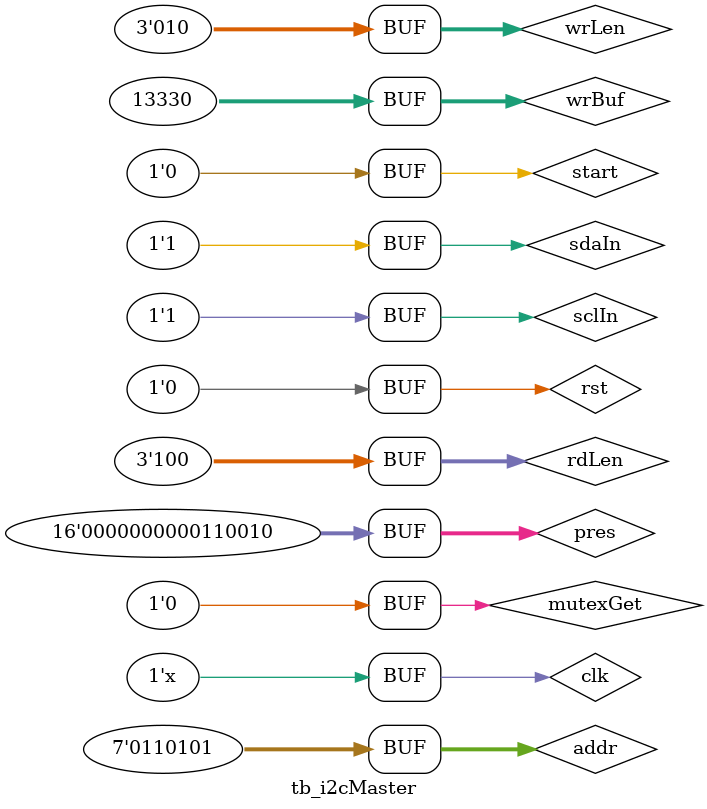
<source format=v>
`include "timescale.vh"
`include "simulation.vh"

module tb_i2cMaster;

reg         rst     ;
reg         clk     ;
reg  [31 :0]wrBuf   ;
wire [31 :0]rdBuf   ; 
reg  [2  :0]wrLen   ;
reg  [2  :0]rdLen   ;
reg         start   ;
wire        sclOut  ;
wire        sdaOut  ;
reg         sclIn   ;
reg         sdaIn   ;
wire        busy    ;
wire        errLine ;
wire        errNack ;
wire [7  :0]debug   ;
reg  [15 :0]pres    ;
reg  [ 6 :0]addr    ;
wire        done    ;
wire        mutexSta;
reg         mutexGet;

parameter T     = 100  ;
parameter I2C_T = 10000;

always #(T/2) clk = ~clk;

wire scl;
wire sda;

assign scl = (sclOut && sclIn) ? 1'bz:1'b0;
assign sda = (sdaOut && sdaIn) ? 1'bz:1'b0;

initial begin
#1

        pres     = I2C_T/T/2;
        rst      = 1        ;
        clk      = 1        ;
        start    = 0        ;
        wrBuf    = 0        ;
        wrLen    = 0        ;
        rdLen    = 0        ;
        sclIn    = 1        ;
        sdaIn    = 1        ;
        mutexGet = 0        ;
        
     #(T*10) rst      = 0;
     #(T*10) mutexGet = 1;
     #T      mutexGet = 0;
            
`define TEST_1_5

`ifdef TEST_1_1
    #(T*10+1)
        wrBuf ={8'h35};
        wrLen =1;
        rdLen =0;
        start =1;
        addr  =7'b0110101;
    #T
        start =0;
    #(I2C_T*1.1)  
     
    #(I2C_T*8)
        sdaIn =0;
    #I2C_T
        sdaIn =1;
        
    #(I2C_T*8)
        sdaIn =0;
    #I2C_T
        sdaIn =1;        
`endif

`ifdef TEST_1_2
    #(T*10+1)
        wrBuf ={8'h12,8'h34,8'h60,8'h35};
        wrLen =4;
        rdLen =0;
        start =1;
        addr  =7'b1110101;
    #T
        start =0;
    #(I2C_T*1.1)  
     
    #(I2C_T*8)
        sdaIn =0;
    #I2C_T
        sdaIn =1;
        
    #(I2C_T*8)
        sdaIn =0;
    #I2C_T
        sdaIn =1;
        
    #(I2C_T*8)
        sdaIn =0;
    #I2C_T
        sdaIn =1;  
        
    #(I2C_T*8)
        sdaIn =0;
    #I2C_T
        sdaIn =1;
    
    #(I2C_T*8)
        sdaIn =0;
    #I2C_T
        sdaIn =1;
    
`endif

`ifdef TEST_1_3
    #(T*10+1)
        wrBuf ={8'h12};
        wrLen =1;
        rdLen =1;
        start =1;
        addr  =7'b0110101;
    #T
        start =0;
    #(I2C_T*1.1)  
     
    #(I2C_T*8)
        sdaIn =0;
    #I2C_T
        sdaIn =1;
        
    #(I2C_T*8)
        sdaIn =0;
    #I2C_T
        sdaIn =1;
   
    #(I2C_T*2)
    
    #(I2C_T*8)
            sdaIn =0;
            
    #I2C_T
            sdaIn =1;
    #I2C_T
        sdaIn =1;
    #I2C_T
            sdaIn =0;
    #I2C_T
            sdaIn =0;
    #I2C_T
            sdaIn =1;
    #I2C_T
            sdaIn =0;
    #I2C_T
            sdaIn =1;
    #I2C_T
            sdaIn =0;
    #I2C_T
            sdaIn =1;

`endif


`ifdef TEST_1_4
    #(T*10+1)
        wrBuf ={8'h34,8'h12};
        wrLen =2;
        rdLen =1;
        start =1;
        addr  =7'b0110101;
    #T
        start =0;
    #(I2C_T*1.1)  
     
    #(I2C_T*8)
        sdaIn =0;
    #I2C_T
        sdaIn =1;
        
    #(I2C_T*8)
        sdaIn =0;
    #I2C_T
        sdaIn =1;
        
    #(I2C_T*8)
        sdaIn =0;
    #I2C_T
        sdaIn =1;
   
    #(I2C_T*2)
    
    #(I2C_T*8)
            sdaIn =0;
            
    #I2C_T
            sdaIn =0;
    #I2C_T
            sdaIn =1;
    #I2C_T
            sdaIn =0;
    #I2C_T
            sdaIn =0;
    #I2C_T
            sdaIn =1;
    #I2C_T
            sdaIn =0;
    #I2C_T
            sdaIn =1;
    #I2C_T
            sdaIn =1;
    #I2C_T
            sdaIn =1;

`endif


`ifdef TEST_1_5
    #(T*10+1)
        wrBuf ={8'h34,8'h12};
        wrLen =2;
        rdLen =4;
        start =1;
        addr  =7'b0110101;
    #T
        start =0;
    #(I2C_T*1.1)  
     
    #(I2C_T*8)
        sdaIn =0;
    #I2C_T
        sdaIn =1;
        
    #(I2C_T*8)
        sdaIn =0;
    #I2C_T
        sdaIn =1;
        
    #(I2C_T*8)
        sdaIn =0;
    #I2C_T
        sdaIn =1;
   
    #(I2C_T*2)
    
    #(I2C_T*8)
            sdaIn =0;
            
    #I2C_T sdaIn =0;
    #I2C_T sdaIn =0;
    #I2C_T sdaIn =0;
    #I2C_T sdaIn =1;
    #I2C_T sdaIn =0;
    #I2C_T sdaIn =0;
    #I2C_T sdaIn =1;
    #I2C_T sdaIn =0;
    #I2C_T 
           
    #I2C_T sdaIn =0;
    #I2C_T sdaIn =0;
    #I2C_T sdaIn =1;
    #I2C_T sdaIn =1;
    #I2C_T sdaIn =0;
    #I2C_T sdaIn =1;
    #I2C_T sdaIn =0;
    #I2C_T sdaIn =0;
    #I2C_T 
           
    #I2C_T sdaIn =0;
    #I2C_T sdaIn =1;
    #I2C_T sdaIn =1;
    #I2C_T sdaIn =1;
    #I2C_T sdaIn =1;
    #I2C_T sdaIn =0;
    #I2C_T sdaIn =0;
    #I2C_T sdaIn =0;
    #I2C_T 
           
    #I2C_T sdaIn =1;
    #I2C_T sdaIn =0;
    #I2C_T sdaIn =0;
    #I2C_T sdaIn =1;
    #I2C_T sdaIn =1;
    #I2C_T sdaIn =0;
    #I2C_T sdaIn =1;
    #I2C_T sdaIn =0;
    #I2C_T 
           
    #I2C_T sdaIn =1;

`endif



`ifdef TEST_1_6
     sclIn = 0;
    sdaIn = 1;
    #(T*10+1)
        wrBuf ={8'h34,8'h12};
        wrLen =2;
        rdLen =4;
        start =1;
        addr  =7'b0110101;
       
    #T
        start =0; 
     

`endif

`ifdef TEST_1_7
    #(T*10+1)
        wrBuf ={8'h35};
        wrLen =1;
        rdLen =0;
        start =1;
        addr  =7'b0110101;
    #T
        start =0;

`endif


`ifdef TEST_1_8
    #(T*10+1)
        wrBuf ={8'h35};
        wrLen =1;
        rdLen =0;
        start =1;
        addr  =7'b0110101;
    #T
        start =0;
    #(I2C_T*1.6)  
     
    #(I2C_T*8)
        sdaIn =0;
    #I2C_T
        sdaIn =1;       
`endif


`ifdef TEST_1_9
    #(T*10+1)
        wrBuf ={8'h35};
        wrLen =1;
        rdLen =0;
        start =1;
        addr  =7'b0110101;
    #T
        start =0;
    #(I2C_T*1.6)  
     
    #(I2C_T*8)
        sdaIn =0;
    #I2C_T
        sdaIn =1;
        
    #(I2C_T*8)
        sdaIn =0;
    #I2C_T
        sdaIn =1; 
        
        #(I2C_T*3)
            mutexGet  = 1;
            #T mutexGet  = 0;
        #(I2C_T*3)
                wrBuf ={8'h35};
                wrLen =1;
                rdLen =0;
                start =1;
                addr  =7'b0110101;
            #T
                start =0;
            #(I2C_T*1.6)  
             
            #(I2C_T*8)
                sdaIn =0;
            #I2C_T
                sdaIn =1;
                
            #(I2C_T*8)
                sdaIn =0;
            #I2C_T
                sdaIn =1; 
       
               
`endif

`ifdef TEST_1_10
 #(T*10+1)
       wrBuf ={8'h35};
       wrLen =1;
       rdLen =0;
       start =1;
       addr  =7'b0110101;
   #T
       start =0;
   #(I2C_T*1.6)  
    
   #(I2C_T*8)
       sdaIn =0;
   #I2C_T
       sdaIn =1;
       
   #(I2C_T*8)
       sdaIn =0;
   #I2C_T
       sdaIn =1;
     #(I2C_T*3)
                  mutexGet  = 1;
                  #T mutexGet  = 0;
              #(I2C_T*3)   
    #(I2C_T*10+1)
        wrBuf ={8'h12};
        wrLen =1;
        rdLen =1;
        start =1;
        addr  =7'b0110101;
    #T
        start =0;
    #(I2C_T*1.6)  
     
    #(I2C_T*8)
        sdaIn =0;
    #I2C_T
        sdaIn =1;
        
    #(I2C_T*8)
        sdaIn =0;
    #I2C_T
        sdaIn =1;
   
    #(I2C_T*2.5)
    
    #(I2C_T*8)
            sdaIn =0;
            
    #I2C_T
            sdaIn =1;
    #I2C_T
        sdaIn =1;
    #I2C_T
            sdaIn =0;
    #I2C_T
            sdaIn =0;
    #I2C_T
            sdaIn =1;
    #I2C_T
            sdaIn =0;
    #I2C_T
            sdaIn =1;
    #I2C_T
            sdaIn =0;
    #I2C_T
            sdaIn =1;

`endif


end
  
    i2cMaster #(
        .MUTEX_ENABLE(1),
        .WR_LEN_BIT_WID(3),
        .RD_LEN_BIT_WID(3),
        .WR_BUF_BYTE_NUM(4),
        .RD_BUF_BYTE_NUM(4),
        .SYS_CLK_FREQ(10_000_000),
        .I2C_CLK_FREQ(100_000)
    )
    dut (
        .rstn    (!rst    ),
        .clk     (clk     ),
        .wrBuf   (wrBuf   ),
        .rdBuf   (rdBuf   ),
        .wrLen   (wrLen   ),
        .rdLen   (rdLen   ),
        .start   (start   ),
        .busy    (busy    ),
        .mutexSta(mutexSta),
        .mutexGet(mutexGet),
        .errLine (errLine ),
        .errNack (errNack ),
        .addr    (addr    ),
        .sclOut  (sclOut  ),
        .sdaOut  (sdaOut  ),
        .sclIn   (sclIn   ),
        .sdaIn   (sdaIn   ),
        .debug   (debug   ),
        .done    (done    )
    );
    
endmodule 
</source>
